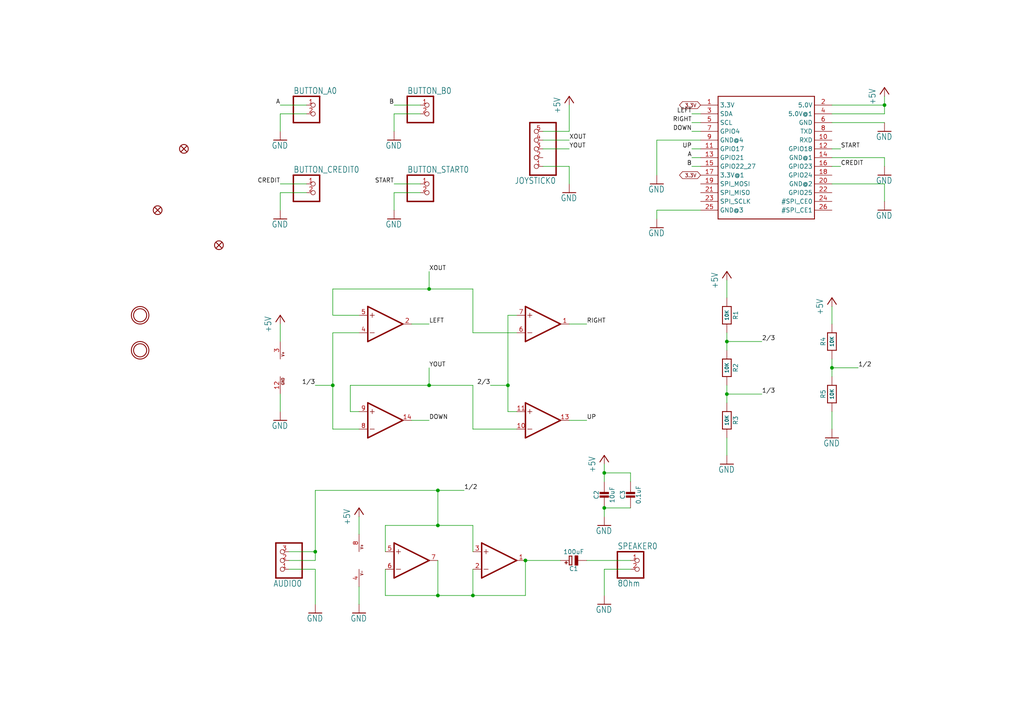
<source format=kicad_sch>
(kicad_sch (version 20230121) (generator eeschema)
  (paper "A4")
  (lib_symbols
    (symbol "working-eagle-import:+5V" (power)
      (property "Value" "+5V" (at -2.54 -5.08 90))
      (symbol "+5V_1_0"
        (polyline (pts (xy 0 0) (xy -1.27 -1.905)) (stroke (width 0.254)))
        (polyline (pts (xy 1.27 -1.905) (xy 0 0)) (stroke (width 0.254)))
        (pin power_in line (at 0 -2.54 90) (length 2.54) (name "+5V") (number "1"))
      )
    )
    (symbol "working-eagle-import:CAP_CERAMIC0805-NOOUTLINE"
      (property "Reference" "C" (at -2.29 1.25 90))
      (symbol "CAP_CERAMIC0805-NOOUTLINE_1_0"
        (rectangle (start -1.27 0.508) (end 1.27 1.016) (fill (type outline)))
        (rectangle (start -1.27 1.524) (end 1.27 2.032) (fill (type outline)))
        (polyline (pts (xy 0 0.762) (xy 0 0)) (stroke (width 0.1524)))
        (polyline (pts (xy 0 2.54) (xy 0 1.778)) (stroke (width 0.1524)))
        (pin passive line (at 0 5.08 270) (length 2.54) (name "1") (number "1"))
        (pin passive line (at 0 -2.54 90) (length 2.54) (name "2") (number "2"))
      )
    )
    (symbol "working-eagle-import:CAP_ELECTROLYTICPANASONIC_C"
      (property "Reference" "C" (at -2.39 1.25 90))
      (symbol "CAP_ELECTROLYTICPANASONIC_C_1_0"
        (rectangle (start -1.397 0) (end 1.397 0.889) (fill (type outline)))
        (polyline (pts (xy -1.27 1.778) (xy -1.27 2.54)) (stroke (width 0.254)))
        (polyline (pts (xy -1.27 2.54) (xy 1.27 2.54)) (stroke (width 0.254)))
        (polyline (pts (xy -1.016 3.429) (xy -0.254 3.429)) (stroke (width 0.254)))
        (polyline (pts (xy -0.635 3.81) (xy -0.635 3.048)) (stroke (width 0.254)))
        (polyline (pts (xy 1.27 1.778) (xy -1.27 1.778)) (stroke (width 0.254)))
        (polyline (pts (xy 1.27 2.54) (xy 1.27 1.778)) (stroke (width 0.254)))
        (pin passive line (at 0 5.08 270) (length 2.54) (name "+") (number "+"))
        (pin passive line (at 0 -2.54 90) (length 2.54) (name "-") (number "-"))
      )
    )
    (symbol "working-eagle-import:FIDUCIAL{dblquote}{dblquote}"
      (symbol "FIDUCIAL{dblquote}{dblquote}_1_0"
        (polyline (pts (xy -0.762 0.762) (xy 0.762 -0.762)) (stroke (width 0.254)))
        (polyline (pts (xy 0.762 0.762) (xy -0.762 -0.762)) (stroke (width 0.254)))
        (circle (center 0 0) (radius 1.27) (stroke (width 0.254)))
      )
    )
    (symbol "working-eagle-import:GND" (power)
      (property "Value" "GND" (at -2.54 -2.54 0))
      (symbol "GND_1_0"
        (polyline (pts (xy -1.905 0) (xy 1.905 0)) (stroke (width 0.254)))
        (pin power_in line (at 0 2.54 270) (length 2.54) (name "GND") (number "1"))
      )
    )
    (symbol "working-eagle-import:HEADER-1X2"
      (property "Reference" "JP" (at -6.35 5.715 0))
      (symbol "HEADER-1X2_1_0"
        (polyline (pts (xy -6.35 -2.54) (xy 1.27 -2.54)) (stroke (width 0.4064)))
        (polyline (pts (xy -6.35 5.08) (xy -6.35 -2.54)) (stroke (width 0.4064)))
        (polyline (pts (xy 1.27 -2.54) (xy 1.27 5.08)) (stroke (width 0.4064)))
        (polyline (pts (xy 1.27 5.08) (xy -6.35 5.08)) (stroke (width 0.4064)))
        (pin passive inverted (at -2.54 2.54 0) (length 2.54) (name "1") (number "1"))
        (pin passive inverted (at -2.54 0 0) (length 2.54) (name "2") (number "2"))
      )
    )
    (symbol "working-eagle-import:HEADER-1X3"
      (property "Reference" "JP" (at -6.35 5.715 0))
      (symbol "HEADER-1X3_1_0"
        (polyline (pts (xy -6.35 -5.08) (xy 1.27 -5.08)) (stroke (width 0.4064)))
        (polyline (pts (xy -6.35 5.08) (xy -6.35 -5.08)) (stroke (width 0.4064)))
        (polyline (pts (xy 1.27 -5.08) (xy 1.27 5.08)) (stroke (width 0.4064)))
        (polyline (pts (xy 1.27 5.08) (xy -6.35 5.08)) (stroke (width 0.4064)))
        (pin passive inverted (at -2.54 2.54 0) (length 2.54) (name "1") (number "1"))
        (pin passive inverted (at -2.54 0 0) (length 2.54) (name "2") (number "2"))
        (pin passive inverted (at -2.54 -2.54 0) (length 2.54) (name "3") (number "3"))
      )
    )
    (symbol "working-eagle-import:HEADER-1X5"
      (property "Reference" "JP" (at -6.35 8.255 0))
      (symbol "HEADER-1X5_1_0"
        (polyline (pts (xy -6.35 -7.62) (xy 1.27 -7.62)) (stroke (width 0.4064)))
        (polyline (pts (xy -6.35 7.62) (xy -6.35 -7.62)) (stroke (width 0.4064)))
        (polyline (pts (xy 1.27 -7.62) (xy 1.27 7.62)) (stroke (width 0.4064)))
        (polyline (pts (xy 1.27 7.62) (xy -6.35 7.62)) (stroke (width 0.4064)))
        (pin passive inverted (at -2.54 5.08 0) (length 2.54) (name "1") (number "1"))
        (pin passive inverted (at -2.54 2.54 0) (length 2.54) (name "2") (number "2"))
        (pin passive inverted (at -2.54 0 0) (length 2.54) (name "3") (number "3"))
        (pin passive inverted (at -2.54 -2.54 0) (length 2.54) (name "4") (number "4"))
        (pin passive inverted (at -2.54 -5.08 0) (length 2.54) (name "5") (number "5"))
      )
    )
    (symbol "working-eagle-import:LM339D"
      (symbol "LM339D_1_0"
        (text "GND" (at 1.27 -5.08 900) (effects (font (size 0.8128 0.6908)) (justify left bottom)))
        (text "V+" (at 1.27 3.175 900) (effects (font (size 0.8128 0.6908)) (justify left bottom)))
        (pin power_in line (at 0 -7.62 90) (length 5.08) (name "GND") (number "12"))
        (pin power_in line (at 0 7.62 270) (length 5.08) (name "V+") (number "3"))
      )
      (symbol "LM339D_2_0"
        (polyline (pts (xy -5.08 -5.08) (xy 5.08 0)) (stroke (width 0.4064)))
        (polyline (pts (xy -5.08 5.08) (xy -5.08 -5.08)) (stroke (width 0.4064)))
        (polyline (pts (xy -4.445 -2.54) (xy -3.175 -2.54)) (stroke (width 0.1524)))
        (polyline (pts (xy -4.445 2.54) (xy -3.175 2.54)) (stroke (width 0.1524)))
        (polyline (pts (xy -3.81 3.175) (xy -3.81 1.905)) (stroke (width 0.1524)))
        (polyline (pts (xy 5.08 0) (xy -5.08 5.08)) (stroke (width 0.4064)))
        (pin open_collector line (at 7.62 0 180) (length 2.54) (name "OUT") (number "2"))
        (pin input line (at -7.62 -2.54 0) (length 2.54) (name "-IN") (number "4"))
        (pin input line (at -7.62 2.54 0) (length 2.54) (name "+IN") (number "5"))
      )
      (symbol "LM339D_3_0"
        (polyline (pts (xy -5.08 -5.08) (xy 5.08 0)) (stroke (width 0.4064)))
        (polyline (pts (xy -5.08 5.08) (xy -5.08 -5.08)) (stroke (width 0.4064)))
        (polyline (pts (xy -4.445 -2.54) (xy -3.175 -2.54)) (stroke (width 0.1524)))
        (polyline (pts (xy -4.445 2.54) (xy -3.175 2.54)) (stroke (width 0.1524)))
        (polyline (pts (xy -3.81 3.175) (xy -3.81 1.905)) (stroke (width 0.1524)))
        (polyline (pts (xy 5.08 0) (xy -5.08 5.08)) (stroke (width 0.4064)))
        (pin open_collector line (at 7.62 0 180) (length 2.54) (name "OUT") (number "1"))
        (pin input line (at -7.62 -2.54 0) (length 2.54) (name "-IN") (number "6"))
        (pin input line (at -7.62 2.54 0) (length 2.54) (name "+IN") (number "7"))
      )
      (symbol "LM339D_4_0"
        (polyline (pts (xy -5.08 -5.08) (xy 5.08 0)) (stroke (width 0.4064)))
        (polyline (pts (xy -5.08 5.08) (xy -5.08 -5.08)) (stroke (width 0.4064)))
        (polyline (pts (xy -4.445 -2.54) (xy -3.175 -2.54)) (stroke (width 0.1524)))
        (polyline (pts (xy -4.445 2.54) (xy -3.175 2.54)) (stroke (width 0.1524)))
        (polyline (pts (xy -3.81 3.175) (xy -3.81 1.905)) (stroke (width 0.1524)))
        (polyline (pts (xy 5.08 0) (xy -5.08 5.08)) (stroke (width 0.4064)))
        (pin open_collector line (at 7.62 0 180) (length 2.54) (name "OUT") (number "14"))
        (pin input line (at -7.62 -2.54 0) (length 2.54) (name "-IN") (number "8"))
        (pin input line (at -7.62 2.54 0) (length 2.54) (name "+IN") (number "9"))
      )
      (symbol "LM339D_5_0"
        (polyline (pts (xy -5.08 -5.08) (xy 5.08 0)) (stroke (width 0.4064)))
        (polyline (pts (xy -5.08 5.08) (xy -5.08 -5.08)) (stroke (width 0.4064)))
        (polyline (pts (xy -4.445 -2.54) (xy -3.175 -2.54)) (stroke (width 0.1524)))
        (polyline (pts (xy -4.445 2.54) (xy -3.175 2.54)) (stroke (width 0.1524)))
        (polyline (pts (xy -3.81 3.175) (xy -3.81 1.905)) (stroke (width 0.1524)))
        (polyline (pts (xy 5.08 0) (xy -5.08 5.08)) (stroke (width 0.4064)))
        (pin input line (at -7.62 -2.54 0) (length 2.54) (name "-IN") (number "10"))
        (pin input line (at -7.62 2.54 0) (length 2.54) (name "+IN") (number "11"))
        (pin open_collector line (at 7.62 0 180) (length 2.54) (name "OUT") (number "13"))
      )
    )
    (symbol "working-eagle-import:MOUNTINGHOLE2.5"
      (symbol "MOUNTINGHOLE2.5_1_0"
        (circle (center 0 0) (radius 1.905) (stroke (width 0.254)))
        (circle (center 0 0) (radius 2.54) (stroke (width 0.254)))
      )
    )
    (symbol "working-eagle-import:RASBERRYPI_IDC"
      (symbol "RASBERRYPI_IDC_1_0"
        (polyline (pts (xy -12.7 -17.78) (xy -12.7 17.78)) (stroke (width 0.254)))
        (polyline (pts (xy -12.7 17.78) (xy 15.24 17.78)) (stroke (width 0.254)))
        (polyline (pts (xy 15.24 -17.78) (xy -12.7 -17.78)) (stroke (width 0.254)))
        (polyline (pts (xy 15.24 17.78) (xy 15.24 -17.78)) (stroke (width 0.254)))
        (pin power_in line (at -17.78 15.24 0) (length 5.08) (name "3.3V") (number "1"))
        (pin input line (at 20.32 5.08 180) (length 5.08) (name "RXD") (number "10"))
        (pin bidirectional line (at -17.78 2.54 0) (length 5.08) (name "GPIO17") (number "11"))
        (pin bidirectional line (at 20.32 2.54 180) (length 5.08) (name "GPIO18") (number "12"))
        (pin bidirectional line (at -17.78 0 0) (length 5.08) (name "GPIO21") (number "13"))
        (pin power_in line (at 20.32 0 180) (length 5.08) (name "GND@1") (number "14"))
        (pin bidirectional line (at -17.78 -2.54 0) (length 5.08) (name "GPIO22_27") (number "15"))
        (pin bidirectional line (at 20.32 -2.54 180) (length 5.08) (name "GPIO23") (number "16"))
        (pin power_in line (at -17.78 -5.08 0) (length 5.08) (name "3.3V@1") (number "17"))
        (pin bidirectional line (at 20.32 -5.08 180) (length 5.08) (name "GPIO24") (number "18"))
        (pin bidirectional line (at -17.78 -7.62 0) (length 5.08) (name "SPI_MOSI") (number "19"))
        (pin power_in line (at 20.32 15.24 180) (length 5.08) (name "5.0V") (number "2"))
        (pin power_in line (at 20.32 -7.62 180) (length 5.08) (name "GND@2") (number "20"))
        (pin input line (at -17.78 -10.16 0) (length 5.08) (name "SPI_MISO") (number "21"))
        (pin bidirectional line (at 20.32 -10.16 180) (length 5.08) (name "GPIO25") (number "22"))
        (pin bidirectional line (at -17.78 -12.7 0) (length 5.08) (name "SPI_SCLK") (number "23"))
        (pin bidirectional line (at 20.32 -12.7 180) (length 5.08) (name "#SPI_CE0") (number "24"))
        (pin power_in line (at -17.78 -15.24 0) (length 5.08) (name "GND@3") (number "25"))
        (pin bidirectional line (at 20.32 -15.24 180) (length 5.08) (name "#SPI_CE1") (number "26"))
        (pin bidirectional line (at -17.78 12.7 0) (length 5.08) (name "SDA") (number "3"))
        (pin power_in line (at 20.32 12.7 180) (length 5.08) (name "5.0V@1") (number "4"))
        (pin bidirectional line (at -17.78 10.16 0) (length 5.08) (name "SCL") (number "5"))
        (pin power_in line (at 20.32 10.16 180) (length 5.08) (name "GND") (number "6"))
        (pin bidirectional line (at -17.78 7.62 0) (length 5.08) (name "GPIO4") (number "7"))
        (pin output line (at 20.32 7.62 180) (length 5.08) (name "TXD") (number "8"))
        (pin power_in line (at -17.78 5.08 0) (length 5.08) (name "GND@4") (number "9"))
      )
    )
    (symbol "working-eagle-import:RESISTOR0805_NOOUTLINE"
      (property "Reference" "R" (at 0 2.54 0))
      (symbol "RESISTOR0805_NOOUTLINE_1_0"
        (polyline (pts (xy -2.54 -1.27) (xy -2.54 1.27)) (stroke (width 0.254)))
        (polyline (pts (xy -2.54 1.27) (xy 2.54 1.27)) (stroke (width 0.254)))
        (polyline (pts (xy 2.54 -1.27) (xy -2.54 -1.27)) (stroke (width 0.254)))
        (polyline (pts (xy 2.54 1.27) (xy 2.54 -1.27)) (stroke (width 0.254)))
        (pin passive line (at -5.08 0 0) (length 2.54) (name "1") (number "1"))
        (pin passive line (at 5.08 0 180) (length 2.54) (name "2") (number "2"))
      )
    )
    (symbol "working-eagle-import:TL072D"
      (symbol "TL072D_1_0"
        (polyline (pts (xy -5.08 -5.08) (xy 5.08 0)) (stroke (width 0.4064)))
        (polyline (pts (xy -5.08 5.08) (xy -5.08 -5.08)) (stroke (width 0.4064)))
        (polyline (pts (xy -4.445 -2.54) (xy -3.175 -2.54)) (stroke (width 0.1524)))
        (polyline (pts (xy -4.445 2.54) (xy -3.175 2.54)) (stroke (width 0.1524)))
        (polyline (pts (xy -3.81 3.175) (xy -3.81 1.905)) (stroke (width 0.1524)))
        (polyline (pts (xy 5.08 0) (xy -5.08 5.08)) (stroke (width 0.4064)))
        (pin output line (at 7.62 0 180) (length 2.54) (name "OUT") (number "1"))
        (pin input line (at -7.62 -2.54 0) (length 2.54) (name "-IN") (number "2"))
        (pin input line (at -7.62 2.54 0) (length 2.54) (name "+IN") (number "3"))
      )
      (symbol "TL072D_2_0"
        (polyline (pts (xy -5.08 -5.08) (xy 5.08 0)) (stroke (width 0.4064)))
        (polyline (pts (xy -5.08 5.08) (xy -5.08 -5.08)) (stroke (width 0.4064)))
        (polyline (pts (xy -4.445 -2.54) (xy -3.175 -2.54)) (stroke (width 0.1524)))
        (polyline (pts (xy -4.445 2.54) (xy -3.175 2.54)) (stroke (width 0.1524)))
        (polyline (pts (xy -3.81 3.175) (xy -3.81 1.905)) (stroke (width 0.1524)))
        (polyline (pts (xy 5.08 0) (xy -5.08 5.08)) (stroke (width 0.4064)))
        (pin input line (at -7.62 2.54 0) (length 2.54) (name "+IN") (number "5"))
        (pin input line (at -7.62 -2.54 0) (length 2.54) (name "-IN") (number "6"))
        (pin output line (at 7.62 0 180) (length 2.54) (name "OUT") (number "7"))
      )
      (symbol "TL072D_3_0"
        (text "V+" (at 1.27 3.175 900) (effects (font (size 0.8128 0.6908)) (justify left bottom)))
        (text "V-" (at 1.27 -4.445 900) (effects (font (size 0.8128 0.6908)) (justify left bottom)))
        (pin power_in line (at 0 -7.62 90) (length 5.08) (name "V-") (number "4"))
        (pin power_in line (at 0 7.62 270) (length 5.08) (name "V+") (number "8"))
      )
    )
  )
  (junction (at 124.46 83.82))
  (junction (at 147.32 111.76))
  (junction (at 241.3 106.68))
  (junction (at 124.46 111.76))
  (junction (at 175.26 137.16))
  (junction (at 127 172.72))
  (junction (at 127 142.24))
  (junction (at 137.16 172.72))
  (junction (at 152.4 162.56))
  (junction (at 175.26 147.32))
  (junction (at 256.54 30.48))
  (junction (at 91.44 160.02))
  (junction (at 210.82 114.3))
  (junction (at 96.52 111.76))
  (junction (at 127 152.4))
  (junction (at 210.82 99.06))
  (wire (pts (xy 203.2 45.72) (xy 200.66 45.72)) (stroke (width 0.1524)))
  (wire (pts (xy 203.2 43.18) (xy 200.66 43.18)) (stroke (width 0.1524)))
  (wire (pts (xy 210.82 111.76) (xy 210.82 114.3)) (stroke (width 0.1524)))
  (wire (pts (xy 88.9 33.02) (xy 81.28 33.02)) (stroke (width 0.1524)))
  (wire (pts (xy 124.46 106.68) (xy 124.46 111.76)) (stroke (width 0.1524)))
  (wire (pts (xy 147.32 119.38) (xy 149.86 119.38)) (stroke (width 0.1524)))
  (wire (pts (xy 134.62 142.24) (xy 127 142.24)) (stroke (width 0.1524)))
  (wire (pts (xy 152.4 162.56) (xy 162.56 162.56)) (stroke (width 0.1524)))
  (wire (pts (xy 165.1 38.1) (xy 165.1 30.48)) (stroke (width 0.1524)))
  (wire (pts (xy 220.98 114.3) (xy 210.82 114.3)) (stroke (width 0.1524)))
  (wire (pts (xy 203.2 60.96) (xy 190.5 60.96)) (stroke (width 0.1524)))
  (wire (pts (xy 96.52 111.76) (xy 96.52 124.46)) (stroke (width 0.1524)))
  (wire (pts (xy 241.3 53.34) (xy 256.54 53.34)) (stroke (width 0.1524)))
  (wire (pts (xy 83.82 165.1) (xy 91.44 165.1)) (stroke (width 0.1524)))
  (wire (pts (xy 182.88 165.1) (xy 175.26 165.1)) (stroke (width 0.1524)))
  (wire (pts (xy 127 152.4) (xy 127 142.24)) (stroke (width 0.1524)))
  (wire (pts (xy 96.52 111.76) (xy 91.44 111.76)) (stroke (width 0.1524)))
  (wire (pts (xy 182.88 147.32) (xy 175.26 147.32)) (stroke (width 0.1524)))
  (wire (pts (xy 137.16 111.76) (xy 137.16 124.46)) (stroke (width 0.1524)))
  (wire (pts (xy 220.98 99.06) (xy 210.82 99.06)) (stroke (width 0.1524)))
  (wire (pts (xy 241.3 88.9) (xy 241.3 93.98)) (stroke (width 0.1524)))
  (wire (pts (xy 241.3 33.02) (xy 256.54 33.02)) (stroke (width 0.1524)))
  (wire (pts (xy 137.16 124.46) (xy 149.86 124.46)) (stroke (width 0.1524)))
  (wire (pts (xy 104.14 96.52) (xy 96.52 96.52)) (stroke (width 0.1524)))
  (wire (pts (xy 111.76 160.02) (xy 111.76 152.4)) (stroke (width 0.1524)))
  (wire (pts (xy 104.14 149.86) (xy 104.14 154.94)) (stroke (width 0.1524)))
  (wire (pts (xy 137.16 152.4) (xy 137.16 160.02)) (stroke (width 0.1524)))
  (wire (pts (xy 124.46 111.76) (xy 137.16 111.76)) (stroke (width 0.1524)))
  (wire (pts (xy 210.82 99.06) (xy 210.82 101.6)) (stroke (width 0.1524)))
  (wire (pts (xy 203.2 40.64) (xy 190.5 40.64)) (stroke (width 0.1524)))
  (wire (pts (xy 175.26 137.16) (xy 175.26 139.7)) (stroke (width 0.1524)))
  (wire (pts (xy 91.44 162.56) (xy 83.82 162.56)) (stroke (width 0.1524)))
  (wire (pts (xy 147.32 111.76) (xy 147.32 119.38)) (stroke (width 0.1524)))
  (wire (pts (xy 152.4 172.72) (xy 137.16 172.72)) (stroke (width 0.1524)))
  (wire (pts (xy 157.48 38.1) (xy 165.1 38.1)) (stroke (width 0.1524)))
  (wire (pts (xy 157.48 48.26) (xy 165.1 48.26)) (stroke (width 0.1524)))
  (wire (pts (xy 127 162.56) (xy 127 172.72)) (stroke (width 0.1524)))
  (wire (pts (xy 104.14 119.38) (xy 101.6 119.38)) (stroke (width 0.1524)))
  (wire (pts (xy 101.6 119.38) (xy 101.6 111.76)) (stroke (width 0.1524)))
  (wire (pts (xy 203.2 35.56) (xy 200.66 35.56)) (stroke (width 0.1524)))
  (wire (pts (xy 241.3 104.14) (xy 241.3 106.68)) (stroke (width 0.1524)))
  (wire (pts (xy 175.26 165.1) (xy 175.26 172.72)) (stroke (width 0.1524)))
  (wire (pts (xy 121.92 33.02) (xy 114.3 33.02)) (stroke (width 0.1524)))
  (wire (pts (xy 149.86 91.44) (xy 147.32 91.44)) (stroke (width 0.1524)))
  (wire (pts (xy 101.6 111.76) (xy 124.46 111.76)) (stroke (width 0.1524)))
  (wire (pts (xy 210.82 96.52) (xy 210.82 99.06)) (stroke (width 0.1524)))
  (wire (pts (xy 104.14 91.44) (xy 96.52 91.44)) (stroke (width 0.1524)))
  (wire (pts (xy 111.76 152.4) (xy 127 152.4)) (stroke (width 0.1524)))
  (wire (pts (xy 241.3 48.26) (xy 243.84 48.26)) (stroke (width 0.1524)))
  (wire (pts (xy 88.9 55.88) (xy 81.28 55.88)) (stroke (width 0.1524)))
  (wire (pts (xy 170.18 162.56) (xy 182.88 162.56)) (stroke (width 0.1524)))
  (wire (pts (xy 91.44 165.1) (xy 91.44 175.26)) (stroke (width 0.1524)))
  (wire (pts (xy 241.3 106.68) (xy 241.3 109.22)) (stroke (width 0.1524)))
  (wire (pts (xy 88.9 30.48) (xy 81.28 30.48)) (stroke (width 0.1524)))
  (wire (pts (xy 175.26 134.62) (xy 175.26 137.16)) (stroke (width 0.1524)))
  (wire (pts (xy 91.44 142.24) (xy 91.44 160.02)) (stroke (width 0.1524)))
  (wire (pts (xy 119.38 121.92) (xy 124.46 121.92)) (stroke (width 0.1524)))
  (wire (pts (xy 241.3 35.56) (xy 256.54 35.56)) (stroke (width 0.1524)))
  (wire (pts (xy 256.54 30.48) (xy 256.54 27.94)) (stroke (width 0.1524)))
  (wire (pts (xy 248.92 106.68) (xy 241.3 106.68)) (stroke (width 0.1524)))
  (wire (pts (xy 203.2 33.02) (xy 200.66 33.02)) (stroke (width 0.1524)))
  (wire (pts (xy 165.1 48.26) (xy 165.1 53.34)) (stroke (width 0.1524)))
  (wire (pts (xy 147.32 91.44) (xy 147.32 111.76)) (stroke (width 0.1524)))
  (wire (pts (xy 127 152.4) (xy 137.16 152.4)) (stroke (width 0.1524)))
  (wire (pts (xy 203.2 48.26) (xy 200.66 48.26)) (stroke (width 0.1524)))
  (wire (pts (xy 210.82 81.28) (xy 210.82 86.36)) (stroke (width 0.1524)))
  (wire (pts (xy 83.82 160.02) (xy 91.44 160.02)) (stroke (width 0.1524)))
  (wire (pts (xy 119.38 93.98) (xy 124.46 93.98)) (stroke (width 0.1524)))
  (wire (pts (xy 121.92 30.48) (xy 114.3 30.48)) (stroke (width 0.1524)))
  (wire (pts (xy 121.92 55.88) (xy 114.3 55.88)) (stroke (width 0.1524)))
  (wire (pts (xy 96.52 124.46) (xy 104.14 124.46)) (stroke (width 0.1524)))
  (wire (pts (xy 142.24 111.76) (xy 147.32 111.76)) (stroke (width 0.1524)))
  (wire (pts (xy 127 172.72) (xy 137.16 172.72)) (stroke (width 0.1524)))
  (wire (pts (xy 121.92 53.34) (xy 114.3 53.34)) (stroke (width 0.1524)))
  (wire (pts (xy 127 142.24) (xy 91.44 142.24)) (stroke (width 0.1524)))
  (wire (pts (xy 210.82 127) (xy 210.82 132.08)) (stroke (width 0.1524)))
  (wire (pts (xy 96.52 83.82) (xy 124.46 83.82)) (stroke (width 0.1524)))
  (wire (pts (xy 165.1 93.98) (xy 170.18 93.98)) (stroke (width 0.1524)))
  (wire (pts (xy 96.52 91.44) (xy 96.52 83.82)) (stroke (width 0.1524)))
  (wire (pts (xy 241.3 30.48) (xy 256.54 30.48)) (stroke (width 0.1524)))
  (wire (pts (xy 104.14 170.18) (xy 104.14 175.26)) (stroke (width 0.1524)))
  (wire (pts (xy 190.5 60.96) (xy 190.5 63.5)) (stroke (width 0.1524)))
  (wire (pts (xy 81.28 114.3) (xy 81.28 119.38)) (stroke (width 0.1524)))
  (wire (pts (xy 111.76 172.72) (xy 111.76 165.1)) (stroke (width 0.1524)))
  (wire (pts (xy 114.3 33.02) (xy 114.3 38.1)) (stroke (width 0.1524)))
  (wire (pts (xy 124.46 78.74) (xy 124.46 83.82)) (stroke (width 0.1524)))
  (wire (pts (xy 96.52 96.52) (xy 96.52 111.76)) (stroke (width 0.1524)))
  (wire (pts (xy 256.54 53.34) (xy 256.54 58.42)) (stroke (width 0.1524)))
  (wire (pts (xy 203.2 38.1) (xy 200.66 38.1)) (stroke (width 0.1524)))
  (wire (pts (xy 127 172.72) (xy 111.76 172.72)) (stroke (width 0.1524)))
  (wire (pts (xy 137.16 172.72) (xy 137.16 165.1)) (stroke (width 0.1524)))
  (wire (pts (xy 91.44 160.02) (xy 91.44 162.56)) (stroke (width 0.1524)))
  (wire (pts (xy 152.4 162.56) (xy 152.4 172.72)) (stroke (width 0.1524)))
  (wire (pts (xy 157.48 43.18) (xy 165.1 43.18)) (stroke (width 0.1524)))
  (wire (pts (xy 124.46 83.82) (xy 137.16 83.82)) (stroke (width 0.1524)))
  (wire (pts (xy 182.88 137.16) (xy 182.88 139.7)) (stroke (width 0.1524)))
  (wire (pts (xy 81.28 93.98) (xy 81.28 99.06)) (stroke (width 0.1524)))
  (wire (pts (xy 165.1 121.92) (xy 170.18 121.92)) (stroke (width 0.1524)))
  (wire (pts (xy 210.82 114.3) (xy 210.82 116.84)) (stroke (width 0.1524)))
  (wire (pts (xy 137.16 96.52) (xy 149.86 96.52)) (stroke (width 0.1524)))
  (wire (pts (xy 114.3 55.88) (xy 114.3 60.96)) (stroke (width 0.1524)))
  (wire (pts (xy 256.54 45.72) (xy 256.54 48.26)) (stroke (width 0.1524)))
  (wire (pts (xy 88.9 53.34) (xy 81.28 53.34)) (stroke (width 0.1524)))
  (wire (pts (xy 256.54 33.02) (xy 256.54 30.48)) (stroke (width 0.1524)))
  (wire (pts (xy 241.3 43.18) (xy 243.84 43.18)) (stroke (width 0.1524)))
  (wire (pts (xy 175.26 149.86) (xy 175.26 147.32)) (stroke (width 0.1524)))
  (wire (pts (xy 241.3 119.38) (xy 241.3 124.46)) (stroke (width 0.1524)))
  (wire (pts (xy 241.3 45.72) (xy 256.54 45.72)) (stroke (width 0.1524)))
  (wire (pts (xy 81.28 55.88) (xy 81.28 60.96)) (stroke (width 0.1524)))
  (wire (pts (xy 175.26 137.16) (xy 182.88 137.16)) (stroke (width 0.1524)))
  (wire (pts (xy 157.48 40.64) (xy 165.1 40.64)) (stroke (width 0.1524)))
  (wire (pts (xy 190.5 40.64) (xy 190.5 50.8)) (stroke (width 0.1524)))
  (wire (pts (xy 81.28 33.02) (xy 81.28 38.1)) (stroke (width 0.1524)))
  (wire (pts (xy 137.16 83.82) (xy 137.16 96.52)) (stroke (width 0.1524)))
  (label "XOUT" (at 165.1 40.64 0) (effects (font (size 1.2446 1.2446))))
  (label "A" (at 200.66 45.72 180) (effects (font (size 1.2446 1.2446))))
  (label "DOWN" (at 200.66 38.1 180) (effects (font (size 1.2446 1.2446))))
  (label "CREDIT" (at 243.84 48.26 0) (effects (font (size 1.2446 1.2446))))
  (label "CREDIT" (at 81.28 53.34 180) (effects (font (size 1.2446 1.2446))))
  (label "DOWN" (at 124.46 121.92 0) (effects (font (size 1.2446 1.2446))))
  (label "B" (at 200.66 48.26 180) (effects (font (size 1.2446 1.2446))))
  (label "YOUT" (at 124.46 106.68 0) (effects (font (size 1.2446 1.2446))))
  (label "1/3" (at 91.44 111.76 180) (effects (font (size 1.2446 1.2446))))
  (label "START" (at 114.3 53.34 180) (effects (font (size 1.2446 1.2446))))
  (label "RIGHT" (at 170.18 93.98 0) (effects (font (size 1.2446 1.2446))))
  (label "RIGHT" (at 200.66 35.56 180) (effects (font (size 1.2446 1.2446))))
  (label "1/3" (at 220.98 114.3 0) (effects (font (size 1.2446 1.2446))))
  (label "UP" (at 200.66 43.18 180) (effects (font (size 1.2446 1.2446))))
  (label "LEFT" (at 200.66 33.02 180) (effects (font (size 1.2446 1.2446))))
  (label "2/3" (at 142.24 111.76 180) (effects (font (size 1.2446 1.2446))))
  (label "2/3" (at 220.98 99.06 0) (effects (font (size 1.2446 1.2446))))
  (label "XOUT" (at 124.46 78.74 0) (effects (font (size 1.2446 1.2446))))
  (label "1/2" (at 248.92 106.68 0) (effects (font (size 1.2446 1.2446))))
  (label "A" (at 81.28 30.48 180) (effects (font (size 1.2446 1.2446))))
  (label "B" (at 114.3 30.48 180) (effects (font (size 1.2446 1.2446))))
  (label "START" (at 243.84 43.18 0) (effects (font (size 1.2446 1.2446))))
  (label "UP" (at 170.18 121.92 0) (effects (font (size 1.2446 1.2446))))
  (label "1/2" (at 134.62 142.24 0) (effects (font (size 1.2446 1.2446))))
  (label "YOUT" (at 165.1 43.18 0) (effects (font (size 1.2446 1.2446))))
  (label "LEFT" (at 124.46 93.98 0) (effects (font (size 1.2446 1.2446))))
  (global_label "3.3V" (shape bidirectional) (at 203.2 30.48 180) (effects (font (size 1.016 1.016))) (property "Intersheetrefs" "${INTERSHEET_REFS}" (effects hide)))
  (global_label "3.3V" (shape bidirectional) (at 203.2 50.8 180) (effects (font (size 1.016 1.016))) (property "Intersheetrefs" "${INTERSHEET_REFS}" (effects hide)))
  (symbol (lib_id "working-eagle-import:GND") (at 104.14 177.8 0) (unit 1)
    (property "Reference" "#GND9" (effects hide))
    (property "Value" "GND" (at 101.6 180.34 0) (effects (font (size 1.778 1.5113)) (justify left bottom)))
  )
  (symbol (lib_id "working-eagle-import:HEADER-1X2") (at 124.46 33.02 0) (unit 1)
    (property "Reference" "BUTTON_B0" (at 118.11 27.305 0) (effects (font (size 1.778 1.5113)) (justify left bottom)))
    (property "Value" "HEADER-1X2" (effects hide))
    (property "Footprint" "working:1X02_OVAL" (effects hide))
  )
  (symbol (lib_id "working-eagle-import:+5V") (at 81.28 91.44 0) (unit 1)
    (property "Reference" "#P+2" (effects hide))
    (property "Value" "+5V" (at 78.74 96.52 90) (effects (font (size 1.778 1.5113)) (justify left bottom)))
  )
  (symbol (lib_id "working-eagle-import:+5V") (at 210.82 78.74 0) (unit 1)
    (property "Reference" "#P+1" (effects hide))
    (property "Value" "+5V" (at 208.28 83.82 90) (effects (font (size 1.778 1.5113)) (justify left bottom)))
  )
  (symbol (lib_id "working-eagle-import:GND") (at 256.54 50.8 0) (unit 1)
    (property "Reference" "#GND13" (effects hide))
    (property "Value" "GND" (at 254 53.34 0) (effects (font (size 1.778 1.5113)) (justify left bottom)))
  )
  (symbol (lib_id "working-eagle-import:+5V") (at 256.54 25.4 0) (unit 1)
    (property "Reference" "#P+4" (effects hide))
    (property "Value" "+5V" (at 254 30.48 90) (effects (font (size 1.778 1.5113)) (justify left bottom)))
  )
  (symbol (lib_id "working-eagle-import:HEADER-1X3") (at 81.28 162.56 180) (unit 1)
    (property "Reference" "AUDIO0" (at 87.63 168.275 0) (effects (font (size 1.778 1.5113)) (justify left bottom)))
    (property "Value" "HEADER-1X3" (effects hide))
    (property "Footprint" "working:1X03_OVAL" (effects hide))
  )
  (symbol (lib_id "working-eagle-import:RESISTOR0805_NOOUTLINE") (at 210.82 121.92 270) (unit 1)
    (property "Reference" "R3" (at 213.36 121.92 0))
    (property "Value" "10K" (at 210.82 121.92 0) (effects (font (size 1.016 1.016) bold)))
    (property "Footprint" "working:0805-NO" (effects hide))
  )
  (symbol (lib_id "working-eagle-import:GND") (at 241.3 127 0) (unit 1)
    (property "Reference" "#GND2" (effects hide))
    (property "Value" "GND" (at 238.76 129.54 0) (effects (font (size 1.778 1.5113)) (justify left bottom)))
  )
  (symbol (lib_id "working-eagle-import:HEADER-1X5") (at 154.94 43.18 180) (unit 1)
    (property "Reference" "JOYSTICK0" (at 161.29 51.435 0) (effects (font (size 1.778 1.5113)) (justify left bottom)))
    (property "Value" "HEADER-1X5" (effects hide))
    (property "Footprint" "working:1X05_OVAL" (effects hide))
  )
  (symbol (lib_id "working-eagle-import:GND") (at 81.28 63.5 0) (unit 1)
    (property "Reference" "#GND6" (effects hide))
    (property "Value" "GND" (at 78.74 66.04 0) (effects (font (size 1.778 1.5113)) (justify left bottom)))
  )
  (symbol (lib_id "working-eagle-import:+5V") (at 175.26 132.08 0) (unit 1)
    (property "Reference" "#P+7" (effects hide))
    (property "Value" "+5V" (at 172.72 137.16 90) (effects (font (size 1.778 1.5113)) (justify left bottom)))
  )
  (symbol (lib_id "working-eagle-import:TL072D") (at 104.14 162.56 0) (unit 3)
    (property "Reference" "IC2" (effects hide))
    (property "Value" "TL072D" (effects hide))
    (property "Footprint" "working:SO08" (effects hide))
  )
  (symbol (lib_id "working-eagle-import:LM339D") (at 111.76 121.92 0) (unit 4)
    (property "Reference" "IC1" (effects hide))
    (property "Value" "LM339D" (effects hide))
    (property "Footprint" "working:SO14" (effects hide))
  )
  (symbol (lib_id "working-eagle-import:FIDUCIAL{dblquote}{dblquote}") (at 45.72 60.96 0) (unit 1)
    (property "Reference" "FID3" (effects hide))
    (property "Value" "FIDUCIAL{dblquote}{dblquote}" (effects hide))
    (property "Footprint" "working:FIDUCIAL_1MM" (effects hide))
  )
  (symbol (lib_id "working-eagle-import:LM339D") (at 111.76 93.98 0) (unit 2)
    (property "Reference" "IC1" (effects hide))
    (property "Value" "LM339D" (effects hide))
    (property "Footprint" "working:SO14" (effects hide))
  )
  (symbol (lib_id "working-eagle-import:TL072D") (at 119.38 162.56 0) (unit 2)
    (property "Reference" "IC2" (effects hide))
    (property "Value" "TL072D" (effects hide))
    (property "Footprint" "working:SO08" (effects hide))
  )
  (symbol (lib_id "working-eagle-import:MOUNTINGHOLE2.5") (at 40.64 91.44 0) (unit 1)
    (property "Reference" "U$2" (effects hide))
    (property "Value" "MOUNTINGHOLE2.5" (effects hide))
    (property "Footprint" "working:MOUNTINGHOLE_2.5_PLATED" (effects hide))
  )
  (symbol (lib_id "working-eagle-import:GND") (at 256.54 60.96 0) (unit 1)
    (property "Reference" "#GND14" (effects hide))
    (property "Value" "GND" (at 254 63.5 0) (effects (font (size 1.778 1.5113)) (justify left bottom)))
  )
  (symbol (lib_id "working-eagle-import:GND") (at 81.28 121.92 0) (unit 1)
    (property "Reference" "#GND8" (effects hide))
    (property "Value" "GND" (at 78.74 124.46 0) (effects (font (size 1.778 1.5113)) (justify left bottom)))
  )
  (symbol (lib_id "working-eagle-import:CAP_CERAMIC0805-NOOUTLINE") (at 175.26 144.78 0) (unit 1)
    (property "Reference" "C2" (at 172.97 143.53 90))
    (property "Value" "10uF" (at 177.56 143.53 90))
    (property "Footprint" "working:0805-NO" (effects hide))
  )
  (symbol (lib_id "working-eagle-import:RESISTOR0805_NOOUTLINE") (at 241.3 114.3 90) (unit 1)
    (property "Reference" "R5" (at 238.76 114.3 0))
    (property "Value" "10K" (at 241.3 114.3 0) (effects (font (size 1.016 1.016) bold)))
    (property "Footprint" "working:0805-NO" (effects hide))
  )
  (symbol (lib_id "working-eagle-import:HEADER-1X2") (at 124.46 55.88 0) (unit 1)
    (property "Reference" "BUTTON_START0" (at 118.11 50.165 0) (effects (font (size 1.778 1.5113)) (justify left bottom)))
    (property "Value" "HEADER-1X2" (effects hide))
    (property "Footprint" "working:1X02_OVAL" (effects hide))
  )
  (symbol (lib_id "working-eagle-import:TL072D") (at 144.78 162.56 0) (unit 1)
    (property "Reference" "IC2" (effects hide))
    (property "Value" "TL072D" (effects hide))
    (property "Footprint" "working:SO08" (effects hide))
  )
  (symbol (lib_id "working-eagle-import:FIDUCIAL{dblquote}{dblquote}") (at 53.34 43.18 0) (unit 1)
    (property "Reference" "FID1" (effects hide))
    (property "Value" "FIDUCIAL{dblquote}{dblquote}" (effects hide))
    (property "Footprint" "working:FIDUCIAL_1MM" (effects hide))
  )
  (symbol (lib_id "working-eagle-import:RESISTOR0805_NOOUTLINE") (at 210.82 106.68 270) (unit 1)
    (property "Reference" "R2" (at 213.36 106.68 0))
    (property "Value" "10K" (at 210.82 106.68 0) (effects (font (size 1.016 1.016) bold)))
    (property "Footprint" "working:0805-NO" (effects hide))
  )
  (symbol (lib_id "working-eagle-import:GND") (at 165.1 55.88 0) (unit 1)
    (property "Reference" "#GND11" (effects hide))
    (property "Value" "GND" (at 162.56 58.42 0) (effects (font (size 1.778 1.5113)) (justify left bottom)))
  )
  (symbol (lib_id "working-eagle-import:FIDUCIAL{dblquote}{dblquote}") (at 63.5 71.12 0) (unit 1)
    (property "Reference" "FID2" (effects hide))
    (property "Value" "FIDUCIAL{dblquote}{dblquote}" (effects hide))
    (property "Footprint" "working:FIDUCIAL_1MM" (effects hide))
  )
  (symbol (lib_id "working-eagle-import:GND") (at 81.28 40.64 0) (unit 1)
    (property "Reference" "#GND4" (effects hide))
    (property "Value" "GND" (at 78.74 43.18 0) (effects (font (size 1.778 1.5113)) (justify left bottom)))
  )
  (symbol (lib_id "working-eagle-import:GND") (at 114.3 63.5 0) (unit 1)
    (property "Reference" "#GND5" (effects hide))
    (property "Value" "GND" (at 111.76 66.04 0) (effects (font (size 1.778 1.5113)) (justify left bottom)))
  )
  (symbol (lib_id "working-eagle-import:RESISTOR0805_NOOUTLINE") (at 241.3 99.06 90) (unit 1)
    (property "Reference" "R4" (at 238.76 99.06 0))
    (property "Value" "10K" (at 241.3 99.06 0) (effects (font (size 1.016 1.016) bold)))
    (property "Footprint" "working:0805-NO" (effects hide))
  )
  (symbol (lib_id "working-eagle-import:RESISTOR0805_NOOUTLINE") (at 210.82 91.44 270) (unit 1)
    (property "Reference" "R1" (at 213.36 91.44 0))
    (property "Value" "10K" (at 210.82 91.44 0) (effects (font (size 1.016 1.016) bold)))
    (property "Footprint" "working:0805-NO" (effects hide))
  )
  (symbol (lib_id "working-eagle-import:GND") (at 114.3 40.64 0) (unit 1)
    (property "Reference" "#GND3" (effects hide))
    (property "Value" "GND" (at 111.76 43.18 0) (effects (font (size 1.778 1.5113)) (justify left bottom)))
  )
  (symbol (lib_id "working-eagle-import:+5V") (at 104.14 147.32 0) (unit 1)
    (property "Reference" "#P+5" (effects hide))
    (property "Value" "+5V" (at 101.6 152.4 90) (effects (font (size 1.778 1.5113)) (justify left bottom)))
  )
  (symbol (lib_id "working-eagle-import:GND") (at 210.82 134.62 0) (unit 1)
    (property "Reference" "#GND1" (effects hide))
    (property "Value" "GND" (at 208.28 137.16 0) (effects (font (size 1.778 1.5113)) (justify left bottom)))
  )
  (symbol (lib_id "working-eagle-import:GND") (at 175.26 152.4 0) (unit 1)
    (property "Reference" "#GND17" (effects hide))
    (property "Value" "GND" (at 172.72 154.94 0) (effects (font (size 1.778 1.5113)) (justify left bottom)))
  )
  (symbol (lib_id "working-eagle-import:GND") (at 256.54 38.1 0) (unit 1)
    (property "Reference" "#GND7" (effects hide))
    (property "Value" "GND" (at 254 40.64 0) (effects (font (size 1.778 1.5113)) (justify left bottom)))
  )
  (symbol (lib_id "working-eagle-import:RASBERRYPI_IDC") (at 220.98 45.72 0) (unit 1)
    (property "Reference" "JP1" (effects hide))
    (property "Value" "RASBERRYPI_IDC" (effects hide))
    (property "Footprint" "working:RASBERRYPI_IDC" (effects hide))
  )
  (symbol (lib_id "working-eagle-import:HEADER-1X2") (at 91.44 33.02 0) (unit 1)
    (property "Reference" "BUTTON_A0" (at 85.09 27.305 0) (effects (font (size 1.778 1.5113)) (justify left bottom)))
    (property "Value" "HEADER-1X2" (effects hide))
    (property "Footprint" "working:1X02_OVAL" (effects hide))
  )
  (symbol (lib_id "working-eagle-import:HEADER-1X2") (at 91.44 55.88 0) (unit 1)
    (property "Reference" "BUTTON_CREDIT0" (at 85.09 50.165 0) (effects (font (size 1.778 1.5113)) (justify left bottom)))
    (property "Value" "HEADER-1X2" (effects hide))
    (property "Footprint" "working:1X02_OVAL" (effects hide))
  )
  (symbol (lib_id "working-eagle-import:HEADER-1X2") (at 185.42 165.1 0) (unit 1)
    (property "Reference" "SPEAKER0" (at 179.07 159.385 0) (effects (font (size 1.778 1.5113)) (justify left bottom)))
    (property "Value" "8Ohm" (at 179.07 170.18 0) (effects (font (size 1.778 1.5113)) (justify left bottom)))
    (property "Footprint" "working:1X02_OVAL" (effects hide))
  )
  (symbol (lib_id "working-eagle-import:LM339D") (at 157.48 93.98 0) (unit 3)
    (property "Reference" "IC1" (effects hide))
    (property "Value" "LM339D" (effects hide))
    (property "Footprint" "working:SO14" (effects hide))
  )
  (symbol (lib_id "working-eagle-import:+5V") (at 241.3 86.36 0) (unit 1)
    (property "Reference" "#P+3" (effects hide))
    (property "Value" "+5V" (at 238.76 91.44 90) (effects (font (size 1.778 1.5113)) (justify left bottom)))
  )
  (symbol (lib_id "working-eagle-import:+5V") (at 165.1 27.94 0) (unit 1)
    (property "Reference" "#P+6" (effects hide))
    (property "Value" "+5V" (at 162.56 33.02 90) (effects (font (size 1.778 1.5113)) (justify left bottom)))
  )
  (symbol (lib_id "working-eagle-import:GND") (at 91.44 177.8 0) (unit 1)
    (property "Reference" "#GND12" (effects hide))
    (property "Value" "GND" (at 88.9 180.34 0) (effects (font (size 1.778 1.5113)) (justify left bottom)))
  )
  (symbol (lib_id "working-eagle-import:CAP_CERAMIC0805-NOOUTLINE") (at 182.88 144.78 0) (unit 1)
    (property "Reference" "C3" (at 180.59 143.53 90))
    (property "Value" "0.1uF" (at 185.18 143.53 90))
    (property "Footprint" "working:0805-NO" (effects hide))
  )
  (symbol (lib_id "working-eagle-import:GND") (at 190.5 66.04 0) (unit 1)
    (property "Reference" "#GND16" (effects hide))
    (property "Value" "GND" (at 187.96 68.58 0) (effects (font (size 1.778 1.5113)) (justify left bottom)))
  )
  (symbol (lib_id "working-eagle-import:MOUNTINGHOLE2.5") (at 40.64 101.6 0) (unit 1)
    (property "Reference" "U$3" (effects hide))
    (property "Value" "MOUNTINGHOLE2.5" (effects hide))
    (property "Footprint" "working:MOUNTINGHOLE_2.5_PLATED" (effects hide))
  )
  (symbol (lib_id "working-eagle-import:LM339D") (at 81.28 106.68 0) (unit 1)
    (property "Reference" "IC1" (effects hide))
    (property "Value" "LM339D" (effects hide))
    (property "Footprint" "working:SO14" (effects hide))
  )
  (symbol (lib_id "working-eagle-import:CAP_ELECTROLYTICPANASONIC_C") (at 167.64 162.56 90) (unit 1)
    (property "Reference" "C1" (at 166.39 164.95 90))
    (property "Value" "100uF" (at 166.39 160.06 90))
    (property "Footprint" "working:PANASONIC_C" (effects hide))
  )
  (symbol (lib_id "working-eagle-import:LM339D") (at 157.48 121.92 0) (unit 5)
    (property "Reference" "IC1" (effects hide))
    (property "Value" "LM339D" (effects hide))
    (property "Footprint" "working:SO14" (effects hide))
  )
  (symbol (lib_id "working-eagle-import:GND") (at 190.5 53.34 0) (unit 1)
    (property "Reference" "#GND15" (effects hide))
    (property "Value" "GND" (at 187.96 55.88 0) (effects (font (size 1.778 1.5113)) (justify left bottom)))
  )
  (symbol (lib_id "working-eagle-import:GND") (at 175.26 175.26 0) (unit 1)
    (property "Reference" "#GND10" (effects hide))
    (property "Value" "GND" (at 172.72 177.8 0) (effects (font (size 1.778 1.5113)) (justify left bottom)))
  )
)
</source>
